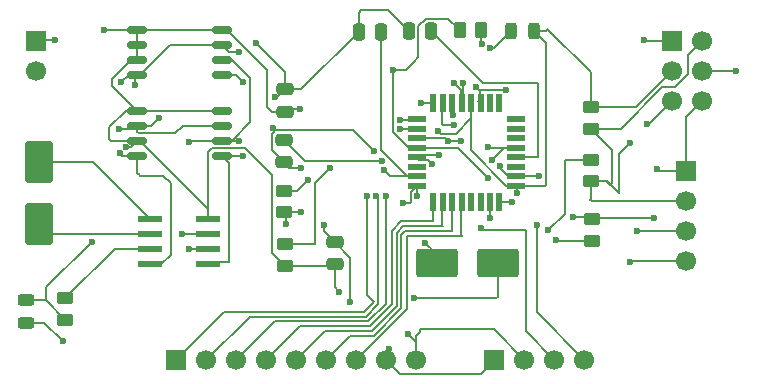
<source format=gbr>
%TF.GenerationSoftware,KiCad,Pcbnew,9.0.2*%
%TF.CreationDate,2025-06-26T23:30:40+05:30*%
%TF.ProjectId,MCU data logger,4d435520-6461-4746-9120-6c6f67676572,VERSION 1*%
%TF.SameCoordinates,Original*%
%TF.FileFunction,Copper,L1,Top*%
%TF.FilePolarity,Positive*%
%FSLAX46Y46*%
G04 Gerber Fmt 4.6, Leading zero omitted, Abs format (unit mm)*
G04 Created by KiCad (PCBNEW 9.0.2) date 2025-06-26 23:30:40*
%MOMM*%
%LPD*%
G01*
G04 APERTURE LIST*
G04 Aperture macros list*
%AMRoundRect*
0 Rectangle with rounded corners*
0 $1 Rounding radius*
0 $2 $3 $4 $5 $6 $7 $8 $9 X,Y pos of 4 corners*
0 Add a 4 corners polygon primitive as box body*
4,1,4,$2,$3,$4,$5,$6,$7,$8,$9,$2,$3,0*
0 Add four circle primitives for the rounded corners*
1,1,$1+$1,$2,$3*
1,1,$1+$1,$4,$5*
1,1,$1+$1,$6,$7*
1,1,$1+$1,$8,$9*
0 Add four rect primitives between the rounded corners*
20,1,$1+$1,$2,$3,$4,$5,0*
20,1,$1+$1,$4,$5,$6,$7,0*
20,1,$1+$1,$6,$7,$8,$9,0*
20,1,$1+$1,$8,$9,$2,$3,0*%
G04 Aperture macros list end*
%TA.AperFunction,SMDPad,CuDef*%
%ADD10RoundRect,0.243750X0.456250X-0.243750X0.456250X0.243750X-0.456250X0.243750X-0.456250X-0.243750X0*%
%TD*%
%TA.AperFunction,SMDPad,CuDef*%
%ADD11RoundRect,0.162500X-0.650000X-0.162500X0.650000X-0.162500X0.650000X0.162500X-0.650000X0.162500X0*%
%TD*%
%TA.AperFunction,SMDPad,CuDef*%
%ADD12RoundRect,0.073750X-0.911250X-0.221250X0.911250X-0.221250X0.911250X0.221250X-0.911250X0.221250X0*%
%TD*%
%TA.AperFunction,ComponentPad*%
%ADD13R,1.700000X1.700000*%
%TD*%
%TA.AperFunction,ComponentPad*%
%ADD14C,1.700000*%
%TD*%
%TA.AperFunction,SMDPad,CuDef*%
%ADD15RoundRect,0.250000X0.475000X-0.250000X0.475000X0.250000X-0.475000X0.250000X-0.475000X-0.250000X0*%
%TD*%
%TA.AperFunction,SMDPad,CuDef*%
%ADD16RoundRect,0.250000X0.450000X-0.262500X0.450000X0.262500X-0.450000X0.262500X-0.450000X-0.262500X0*%
%TD*%
%TA.AperFunction,SMDPad,CuDef*%
%ADD17RoundRect,0.250000X-0.262500X-0.450000X0.262500X-0.450000X0.262500X0.450000X-0.262500X0.450000X0*%
%TD*%
%TA.AperFunction,SMDPad,CuDef*%
%ADD18RoundRect,0.250000X-0.250000X-0.475000X0.250000X-0.475000X0.250000X0.475000X-0.250000X0.475000X0*%
%TD*%
%TA.AperFunction,SMDPad,CuDef*%
%ADD19RoundRect,0.068750X-0.666250X-0.206250X0.666250X-0.206250X0.666250X0.206250X-0.666250X0.206250X0*%
%TD*%
%TA.AperFunction,SMDPad,CuDef*%
%ADD20RoundRect,0.068750X-0.206250X-0.666250X0.206250X-0.666250X0.206250X0.666250X-0.206250X0.666250X0*%
%TD*%
%TA.AperFunction,SMDPad,CuDef*%
%ADD21RoundRect,0.243750X-0.243750X-0.456250X0.243750X-0.456250X0.243750X0.456250X-0.243750X0.456250X0*%
%TD*%
%TA.AperFunction,SMDPad,CuDef*%
%ADD22RoundRect,0.250001X0.949999X-1.499999X0.949999X1.499999X-0.949999X1.499999X-0.949999X-1.499999X0*%
%TD*%
%TA.AperFunction,SMDPad,CuDef*%
%ADD23RoundRect,0.250001X-1.499999X-0.949999X1.499999X-0.949999X1.499999X0.949999X-1.499999X0.949999X0*%
%TD*%
%TA.AperFunction,ViaPad*%
%ADD24C,0.600000*%
%TD*%
%TA.AperFunction,Conductor*%
%ADD25C,0.200000*%
%TD*%
G04 APERTURE END LIST*
D10*
%TO.P,D2,1,K*%
%TO.N,Net-(D2-K)*%
X110960000Y-75625000D03*
%TO.P,D2,2,A*%
%TO.N,/VCC*%
X110960000Y-73750000D03*
%TD*%
D11*
%TO.P,U1,1,A0*%
%TO.N,/VCC*%
X120352500Y-50835000D03*
%TO.P,U1,2,A1*%
X120352500Y-52105000D03*
%TO.P,U1,3,A2*%
X120352500Y-53375000D03*
%TO.P,U1,4,GND*%
%TO.N,GND*%
X120352500Y-54645000D03*
%TO.P,U1,5,SDA*%
%TO.N,/SDA*%
X127527500Y-54645000D03*
%TO.P,U1,6,SCL*%
%TO.N,/SCK*%
X127527500Y-53375000D03*
%TO.P,U1,7,WP*%
%TO.N,GND*%
X127527500Y-52105000D03*
%TO.P,U1,8,VCC*%
%TO.N,/VCC*%
X127527500Y-50835000D03*
%TD*%
D12*
%TO.P,U3,1,X1*%
%TO.N,Net-(U3-X1)*%
X121408100Y-66837000D03*
%TO.P,U3,2,X2*%
%TO.N,Net-(U3-X2)*%
X121408100Y-68107000D03*
%TO.P,U3,3,~{INTA}*%
%TO.N,Net-(U3-~{INTA})*%
X121408100Y-69377000D03*
%TO.P,U3,4,GND*%
%TO.N,GND*%
X121408100Y-70647000D03*
%TO.P,U3,5,SDA*%
%TO.N,/SDA*%
X126358100Y-70647000D03*
%TO.P,U3,6,SCL*%
%TO.N,/SCK*%
X126358100Y-69377000D03*
%TO.P,U3,7,SQW/~INT*%
%TO.N,Net-(U3-SQW{slash}~INT)*%
X126358100Y-68107000D03*
%TO.P,U3,8,VCC*%
%TO.N,/VCC*%
X126358100Y-66837000D03*
%TD*%
D11*
%TO.P,U2,1,A0*%
%TO.N,/VCC*%
X120352500Y-57685000D03*
%TO.P,U2,2,A1*%
%TO.N,GND*%
X120352500Y-58955000D03*
%TO.P,U2,3,A2*%
%TO.N,/VCC*%
X120352500Y-60225000D03*
%TO.P,U2,4,GND*%
%TO.N,GND*%
X120352500Y-61495000D03*
%TO.P,U2,5,SDA*%
%TO.N,/SDA*%
X127527500Y-61495000D03*
%TO.P,U2,6,SCL*%
%TO.N,/SCK*%
X127527500Y-60225000D03*
%TO.P,U2,7,WP*%
%TO.N,GND*%
X127527500Y-58955000D03*
%TO.P,U2,8,VCC*%
%TO.N,/VCC*%
X127527500Y-57685000D03*
%TD*%
D13*
%TO.P,J3,1,Pin_1*%
%TO.N,GND*%
X150600000Y-78770000D03*
D14*
%TO.P,J3,2,Pin_2*%
%TO.N,/VCC*%
X153140000Y-78770000D03*
%TO.P,J3,3,Pin_3*%
%TO.N,/RX*%
X155680000Y-78770000D03*
%TO.P,J3,4,Pin_4*%
%TO.N,/TX*%
X158220000Y-78770000D03*
%TD*%
D15*
%TO.P,C1,1*%
%TO.N,/VCC*%
X137060000Y-70680000D03*
%TO.P,C1,2*%
%TO.N,GND*%
X137060000Y-68780000D03*
%TD*%
D16*
%TO.P,R3,1*%
%TO.N,/VCC*%
X158750000Y-59222500D03*
%TO.P,R3,2*%
%TO.N,/SCK*%
X158750000Y-57397500D03*
%TD*%
%TO.P,R1,1*%
%TO.N,/VCC*%
X114262000Y-75399100D03*
%TO.P,R1,2*%
%TO.N,Net-(U3-~{INTA})*%
X114262000Y-73574100D03*
%TD*%
%TO.P,R2,1*%
%TO.N,/VCC*%
X158770000Y-63652500D03*
%TO.P,R2,2*%
%TO.N,Net-(U3-SQW{slash}~INT)*%
X158770000Y-61827500D03*
%TD*%
D13*
%TO.P,J4,1,Pin_1*%
%TO.N,/MISO*%
X165630000Y-51790000D03*
D14*
%TO.P,J4,2,Pin_2*%
%TO.N,/VCC*%
X168170000Y-51790000D03*
%TO.P,J4,3,Pin_3*%
%TO.N,/SCK*%
X165630000Y-54330000D03*
%TO.P,J4,4,Pin_4*%
%TO.N,/MOSI*%
X168170000Y-54330000D03*
%TO.P,J4,5,Pin_5*%
%TO.N,/RESET*%
X165630000Y-56870000D03*
%TO.P,J4,6,Pin_6*%
%TO.N,GND*%
X168170000Y-56870000D03*
%TD*%
D17*
%TO.P,R4,1*%
%TO.N,/VCC*%
X147640000Y-50880000D03*
%TO.P,R4,2*%
%TO.N,/SDA*%
X149465000Y-50880000D03*
%TD*%
D18*
%TO.P,C2,1*%
%TO.N,GND*%
X139092500Y-51000000D03*
%TO.P,C2,2*%
%TO.N,Net-(U4-PB6)*%
X140992500Y-51000000D03*
%TD*%
D15*
%TO.P,C5,1*%
%TO.N,/VCC*%
X132830000Y-57760000D03*
%TO.P,C5,2*%
%TO.N,GND*%
X132830000Y-55860000D03*
%TD*%
%TO.P,C3,1*%
%TO.N,GND*%
X132750000Y-62050000D03*
%TO.P,C3,2*%
%TO.N,Net-(U4-PB7)*%
X132750000Y-60150000D03*
%TD*%
D16*
%TO.P,R7,1*%
%TO.N,Net-(D2-K)*%
X158820000Y-68692500D03*
%TO.P,R7,2*%
%TO.N,GND*%
X158820000Y-66867500D03*
%TD*%
D19*
%TO.P,U4,1,PD3*%
%TO.N,/D3*%
X144050000Y-58430000D03*
%TO.P,U4,2,PD4*%
%TO.N,/D4*%
X144050000Y-59230000D03*
%TO.P,U4,3,GND*%
%TO.N,GND*%
X144050000Y-60030000D03*
%TO.P,U4,4,VCC*%
%TO.N,/VCC*%
X144050000Y-60830000D03*
%TO.P,U4,5,GND*%
%TO.N,GND*%
X144050000Y-61630000D03*
%TO.P,U4,6,VCC*%
%TO.N,unconnected-(U4-VCC-Pad6)*%
X144050000Y-62430000D03*
%TO.P,U4,7,PB6*%
%TO.N,Net-(U4-PB6)*%
X144050000Y-63230000D03*
%TO.P,U4,8,PB7*%
%TO.N,Net-(U4-PB7)*%
X144050000Y-64030000D03*
D20*
%TO.P,U4,9,PD5*%
%TO.N,/D5*%
X145420000Y-65400000D03*
%TO.P,U4,10,PD6*%
%TO.N,/D6*%
X146220000Y-65400000D03*
%TO.P,U4,11,PD7*%
%TO.N,/D7*%
X147020000Y-65400000D03*
%TO.P,U4,12,PB0*%
%TO.N,/D8*%
X147820000Y-65400000D03*
%TO.P,U4,13,PB1*%
%TO.N,unconnected-(U4-PB1-Pad13)*%
X148620000Y-65400000D03*
%TO.P,U4,14,PB2*%
%TO.N,unconnected-(U4-PB2-Pad14)*%
X149420000Y-65400000D03*
%TO.P,U4,15,PB3*%
%TO.N,/MOSI*%
X150220000Y-65400000D03*
%TO.P,U4,16,PB4*%
%TO.N,/MISO*%
X151020000Y-65400000D03*
D19*
%TO.P,U4,17,PB5*%
%TO.N,/SCK*%
X152390000Y-64030000D03*
%TO.P,U4,18,AVCC*%
%TO.N,/VCC*%
X152390000Y-63230000D03*
%TO.P,U4,19,ADC6*%
%TO.N,unconnected-(U4-ADC6-Pad19)*%
X152390000Y-62430000D03*
%TO.P,U4,20,AREF*%
%TO.N,Net-(U4-AREF)*%
X152390000Y-61630000D03*
%TO.P,U4,21,GND*%
%TO.N,GND*%
X152390000Y-60830000D03*
%TO.P,U4,22,ADC7*%
%TO.N,unconnected-(U4-ADC7-Pad22)*%
X152390000Y-60030000D03*
%TO.P,U4,23,PC0*%
%TO.N,unconnected-(U4-PC0-Pad23)*%
X152390000Y-59230000D03*
%TO.P,U4,24,PC1*%
%TO.N,unconnected-(U4-PC1-Pad24)*%
X152390000Y-58430000D03*
D20*
%TO.P,U4,25,PC2*%
%TO.N,unconnected-(U4-PC2-Pad25)*%
X151020000Y-57060000D03*
%TO.P,U4,26,PC3*%
%TO.N,unconnected-(U4-PC3-Pad26)*%
X150220000Y-57060000D03*
%TO.P,U4,27,PC4*%
%TO.N,/SDA*%
X149420000Y-57060000D03*
%TO.P,U4,28,PC5*%
%TO.N,/SCK*%
X148620000Y-57060000D03*
%TO.P,U4,29,PC6/~{RESET}*%
%TO.N,/RESET*%
X147820000Y-57060000D03*
%TO.P,U4,30,PD0*%
%TO.N,/RX*%
X147020000Y-57060000D03*
%TO.P,U4,31,PD1*%
%TO.N,/TX*%
X146220000Y-57060000D03*
%TO.P,U4,32,PD2*%
%TO.N,/D2*%
X145420000Y-57060000D03*
%TD*%
D21*
%TO.P,D1,1,K*%
%TO.N,Net-(D1-K)*%
X152032500Y-50900000D03*
%TO.P,D1,2,A*%
%TO.N,/SCK*%
X153907500Y-50900000D03*
%TD*%
D13*
%TO.P,BT1,1,Pin_1*%
%TO.N,GND*%
X111770000Y-51785000D03*
D14*
%TO.P,BT1,2,Pin_2*%
%TO.N,/VCC*%
X111770000Y-54325000D03*
%TD*%
D16*
%TO.P,R5,1*%
%TO.N,GND*%
X132750000Y-66282500D03*
%TO.P,R5,2*%
%TO.N,Net-(D1-K)*%
X132750000Y-64457500D03*
%TD*%
D13*
%TO.P,J1,1,Pin_1*%
%TO.N,GND*%
X166850000Y-62830000D03*
D14*
%TO.P,J1,2,Pin_2*%
%TO.N,/VCC*%
X166850000Y-65370000D03*
%TO.P,J1,3,Pin_3*%
%TO.N,/SDA*%
X166850000Y-67910000D03*
%TO.P,J1,4,Pin_4*%
%TO.N,/SCK*%
X166850000Y-70450000D03*
%TD*%
D18*
%TO.P,C4,1*%
%TO.N,GND*%
X143362500Y-50940000D03*
%TO.P,C4,2*%
%TO.N,Net-(U4-AREF)*%
X145262500Y-50940000D03*
%TD*%
D16*
%TO.P,R6,1*%
%TO.N,/VCC*%
X132830000Y-70805000D03*
%TO.P,R6,2*%
%TO.N,/RESET*%
X132830000Y-68980000D03*
%TD*%
D22*
%TO.P,Y1,1,1*%
%TO.N,Net-(U3-X2)*%
X112060000Y-67240000D03*
%TO.P,Y1,2,2*%
%TO.N,Net-(U3-X1)*%
X112060000Y-62040000D03*
%TD*%
D13*
%TO.P,J2,1,Pin_1*%
%TO.N,/D2*%
X123640000Y-78800000D03*
D14*
%TO.P,J2,2,Pin_2*%
%TO.N,/D3*%
X126180000Y-78800000D03*
%TO.P,J2,3,Pin_3*%
%TO.N,/D4*%
X128720000Y-78800000D03*
%TO.P,J2,4,Pin_4*%
%TO.N,/D5*%
X131260000Y-78800000D03*
%TO.P,J2,5,Pin_5*%
%TO.N,/D6*%
X133800000Y-78800000D03*
%TO.P,J2,6,Pin_6*%
%TO.N,/D7*%
X136340000Y-78800000D03*
%TO.P,J2,7,Pin_7*%
%TO.N,/D8*%
X138880000Y-78800000D03*
%TO.P,J2,8,Pin_8*%
%TO.N,GND*%
X141420000Y-78800000D03*
%TO.P,J2,9,Pin_9*%
%TO.N,/VCC*%
X143960000Y-78800000D03*
%TD*%
D23*
%TO.P,Y2,1,1*%
%TO.N,Net-(U4-PB7)*%
X145690000Y-70600000D03*
%TO.P,Y2,2,2*%
%TO.N,Net-(U4-PB6)*%
X150890000Y-70600000D03*
%TD*%
D24*
%TO.N,/VCC*%
X151030000Y-62340000D03*
X134140000Y-57550000D03*
X143280000Y-76620000D03*
X116480000Y-68770000D03*
X117500000Y-50830000D03*
X154350000Y-63200000D03*
X150059999Y-63368527D03*
X137450000Y-73030000D03*
X162089000Y-60420000D03*
X119434246Y-60723316D03*
X142040000Y-54240000D03*
%TO.N,GND*%
X131830000Y-59180000D03*
X119010000Y-55250000D03*
X122190000Y-58285000D03*
X132920000Y-67310000D03*
X118870000Y-61300000D03*
X113430000Y-51710000D03*
X118780000Y-59200000D03*
X134200000Y-66250000D03*
X130380000Y-51970000D03*
X128975735Y-52704265D03*
X150060000Y-60720000D03*
X134180000Y-62510000D03*
X150390000Y-61860000D03*
X157250000Y-66690000D03*
X138400000Y-73850000D03*
X131980000Y-56520000D03*
X145910000Y-61430000D03*
X136190000Y-67350000D03*
X146630000Y-60230000D03*
X147760001Y-60279451D03*
X120160000Y-55550000D03*
X164080000Y-66810000D03*
X145303890Y-62208472D03*
X140400000Y-61110000D03*
X164390000Y-62600000D03*
X141660000Y-77820000D03*
%TO.N,Net-(U4-PB6)*%
X143790000Y-73560000D03*
X141238000Y-62740000D03*
%TO.N,Net-(U4-PB7)*%
X144060000Y-64890000D03*
X142857468Y-65459203D03*
X141086037Y-61954565D03*
X144720000Y-68870000D03*
%TO.N,/SCK*%
X128950000Y-60269000D03*
X162090000Y-70470000D03*
X145850000Y-59430000D03*
X124760000Y-60370000D03*
X124770000Y-69380000D03*
X152500000Y-64640000D03*
%TO.N,Net-(D1-K)*%
X134800000Y-63530000D03*
X150237928Y-52381850D03*
%TO.N,Net-(D2-K)*%
X114090000Y-77220000D03*
X155780000Y-68670000D03*
%TO.N,/SDA*%
X129310000Y-61540000D03*
X149510000Y-52050000D03*
X162689000Y-67890000D03*
X149060000Y-55690000D03*
X151536382Y-55900000D03*
X129320000Y-55216765D03*
%TO.N,/D3*%
X142622902Y-58460102D03*
X140580526Y-64929072D03*
%TO.N,/D2*%
X139780656Y-64943627D03*
X144390000Y-57010000D03*
%TO.N,/D4*%
X141380000Y-64900000D03*
X142610000Y-59260000D03*
%TO.N,/TX*%
X154210000Y-67360000D03*
X147160000Y-58920000D03*
%TO.N,/RX*%
X147110000Y-58090000D03*
X149460000Y-67590000D03*
%TO.N,/RESET*%
X147910000Y-55380000D03*
X136670000Y-62554565D03*
X163490000Y-58780000D03*
X147160000Y-55300000D03*
%TO.N,/MOSI*%
X171020000Y-54330000D03*
X150210000Y-66760000D03*
%TO.N,/MISO*%
X163230000Y-51720000D03*
X152070000Y-65430000D03*
%TO.N,Net-(U3-SQW{slash}~INT)*%
X124170000Y-68150000D03*
X155150000Y-67820000D03*
%TD*%
D25*
%TO.N,/VCC*%
X162089000Y-60420000D02*
X161160000Y-61349000D01*
X150580000Y-76210000D02*
X153140000Y-78770000D01*
X144010000Y-60830000D02*
X147521472Y-60830000D01*
X127527500Y-57685000D02*
X120352500Y-57685000D01*
X144270000Y-76210000D02*
X150580000Y-76210000D01*
X144777340Y-49914000D02*
X144163500Y-50527840D01*
X158750000Y-59222500D02*
X160530000Y-61002500D01*
X144163500Y-50527840D02*
X144163500Y-53146500D01*
X164808100Y-55719000D02*
X161304600Y-59222500D01*
X112612900Y-72637100D02*
X116480000Y-68770000D01*
X129488943Y-60869000D02*
X131749000Y-63129057D01*
X120352500Y-50835000D02*
X117505000Y-50835000D01*
X131749000Y-69724000D02*
X132830000Y-70805000D01*
X120352500Y-60225000D02*
X118155000Y-60225000D01*
X144163500Y-53146500D02*
X143760000Y-53550000D01*
X151030000Y-62520000D02*
X151740000Y-63230000D01*
X143960000Y-78800000D02*
X143960000Y-76730000D01*
X147640000Y-50880000D02*
X146674000Y-49914000D01*
X165868760Y-55719000D02*
X164808100Y-55719000D01*
X144010000Y-60830000D02*
X143330057Y-60830000D01*
X117970000Y-60040000D02*
X117970000Y-59080000D01*
X143280000Y-76620000D02*
X143960000Y-77300000D01*
X143760000Y-53550000D02*
X143070000Y-54240000D01*
X114262000Y-75399100D02*
X112612900Y-73750000D01*
X144270000Y-76420000D02*
X144270000Y-76210000D01*
X120352500Y-53375000D02*
X120352500Y-52105000D01*
X131340000Y-54220000D02*
X131340000Y-57350000D01*
X137060000Y-70680000D02*
X137060000Y-72640000D01*
X158820000Y-65370000D02*
X158690000Y-65240000D01*
X147521472Y-60830000D02*
X150059999Y-63368527D01*
X161160000Y-64660000D02*
X160152500Y-63652500D01*
X146674000Y-49914000D02*
X144777340Y-49914000D01*
X167019000Y-52941000D02*
X167019000Y-54568760D01*
X152370000Y-63230000D02*
X154320000Y-63230000D01*
X119365000Y-57685000D02*
X120352500Y-57685000D01*
X142009000Y-54271000D02*
X142040000Y-54240000D01*
X161160000Y-61349000D02*
X161160000Y-64660000D01*
X120575000Y-60225000D02*
X120352500Y-60225000D01*
X126681010Y-60869000D02*
X129488943Y-60869000D01*
X158690000Y-65240000D02*
X158770000Y-65160000D01*
X160530000Y-61002500D02*
X160530000Y-63790000D01*
X160530000Y-63790000D02*
X160350000Y-63970000D01*
X110960000Y-73750000D02*
X112612900Y-73750000D01*
X143070000Y-54240000D02*
X142040000Y-54240000D01*
X154320000Y-63230000D02*
X154350000Y-63200000D01*
X158770000Y-63652500D02*
X158770000Y-65160000D01*
X126358100Y-61191910D02*
X126681010Y-60869000D01*
X143960000Y-76730000D02*
X144270000Y-76420000D01*
X119854184Y-60723316D02*
X120352500Y-60225000D01*
X120352500Y-57685000D02*
X118230000Y-55562500D01*
X126358100Y-66837000D02*
X126358100Y-61191910D01*
X119865000Y-53375000D02*
X120352500Y-53375000D01*
X143960000Y-77300000D02*
X143960000Y-78800000D01*
X117970000Y-59080000D02*
X119365000Y-57685000D01*
X161304600Y-59222500D02*
X158750000Y-59222500D01*
X131750000Y-57760000D02*
X132830000Y-57760000D01*
X127527500Y-50835000D02*
X120352500Y-50835000D01*
X133040000Y-57550000D02*
X132830000Y-57760000D01*
X119434246Y-60723316D02*
X119854184Y-60723316D01*
X127527500Y-50835000D02*
X127955000Y-50835000D01*
X126358100Y-66837000D02*
X126358100Y-66008100D01*
X117505000Y-50835000D02*
X117500000Y-50830000D01*
X132830000Y-70805000D02*
X136935000Y-70805000D01*
X142009000Y-59508943D02*
X142009000Y-54271000D01*
X136935000Y-70805000D02*
X137060000Y-70680000D01*
X168170000Y-51790000D02*
X167019000Y-52941000D01*
X166850000Y-65370000D02*
X158820000Y-65370000D01*
X131749000Y-63129057D02*
X131749000Y-69724000D01*
X117970000Y-60040000D02*
X118155000Y-60225000D01*
X137060000Y-72640000D02*
X137450000Y-73030000D01*
X118230000Y-55562500D02*
X118230000Y-55010000D01*
X127955000Y-50835000D02*
X131340000Y-54220000D01*
X112612900Y-73750000D02*
X112612900Y-72637100D01*
X134140000Y-57550000D02*
X133040000Y-57550000D01*
X151740000Y-63230000D02*
X152370000Y-63230000D01*
X151030000Y-62340000D02*
X151030000Y-62520000D01*
X160350000Y-63970000D02*
X160032500Y-63652500D01*
X131340000Y-57350000D02*
X131750000Y-57760000D01*
X167019000Y-54568760D02*
X165868760Y-55719000D01*
X118230000Y-55010000D02*
X119865000Y-53375000D01*
X160152500Y-63652500D02*
X158770000Y-63652500D01*
X160032500Y-63652500D02*
X158770000Y-63652500D01*
X120352500Y-50835000D02*
X120352500Y-52105000D01*
X143330057Y-60830000D02*
X142009000Y-59508943D01*
X126358100Y-66008100D02*
X120575000Y-60225000D01*
%TO.N,GND*%
X137060000Y-68780000D02*
X138400000Y-70120000D01*
X141660000Y-78560000D02*
X141420000Y-78800000D01*
X132920000Y-66452500D02*
X132750000Y-66282500D01*
X128126765Y-52704265D02*
X127527500Y-52105000D01*
X127527500Y-52105000D02*
X123094990Y-52105000D01*
X158820000Y-66867500D02*
X158877500Y-66810000D01*
X113430000Y-51710000D02*
X111845000Y-51710000D01*
X166850000Y-58190000D02*
X168170000Y-56870000D01*
X120480000Y-59599000D02*
X120480000Y-59590000D01*
X134232500Y-55860000D02*
X139092500Y-51000000D01*
X144030000Y-61650000D02*
X144010000Y-61630000D01*
X151420000Y-60830000D02*
X150390000Y-61860000D01*
X149419000Y-79951000D02*
X142571000Y-79951000D01*
X138639000Y-59349000D02*
X140400000Y-61110000D01*
X146630000Y-60230000D02*
X146430000Y-60030000D01*
X121520000Y-58955000D02*
X120352500Y-58955000D01*
X139180000Y-49340000D02*
X139092500Y-49427500D01*
X120352500Y-59462500D02*
X120352500Y-58955000D01*
X123094990Y-52105000D02*
X120554990Y-54645000D01*
X139180000Y-49200000D02*
X139180000Y-49340000D01*
X132170000Y-56520000D02*
X132830000Y-55860000D01*
X144234000Y-61854000D02*
X144010000Y-61630000D01*
X120352500Y-54645000D02*
X119615000Y-54645000D01*
X120160000Y-55550000D02*
X120160000Y-54837500D01*
X118780000Y-59200000D02*
X120107500Y-59200000D01*
X131724000Y-61024000D02*
X131724000Y-59664840D01*
X146679451Y-60279451D02*
X147760001Y-60279451D01*
X124190000Y-58940000D02*
X123531000Y-59599000D01*
X136190000Y-67910000D02*
X137060000Y-68780000D01*
X131830000Y-59360000D02*
X131830000Y-59180000D01*
X120352500Y-61495000D02*
X119065000Y-61495000D01*
X132039840Y-59349000D02*
X138639000Y-59349000D01*
X145303890Y-62208472D02*
X144949418Y-61854000D01*
X124205000Y-58955000D02*
X124190000Y-58940000D01*
X152370000Y-60830000D02*
X151420000Y-60830000D01*
X123170000Y-69870100D02*
X123170000Y-63830000D01*
X120580000Y-63150000D02*
X120352500Y-62922500D01*
X164620000Y-62830000D02*
X166850000Y-62830000D01*
X122393100Y-70647000D02*
X123170000Y-69870100D01*
X132830000Y-54420000D02*
X130380000Y-51970000D01*
X158877500Y-66810000D02*
X164080000Y-66810000D01*
X138400000Y-70120000D02*
X138400000Y-73850000D01*
X132750000Y-62050000D02*
X131724000Y-61024000D01*
X141660000Y-77820000D02*
X141660000Y-78560000D01*
X123531000Y-59599000D02*
X120480000Y-59599000D01*
X152370000Y-60830000D02*
X150170000Y-60830000D01*
X134180000Y-62510000D02*
X133210000Y-62510000D01*
X120480000Y-59590000D02*
X120352500Y-59462500D01*
X119065000Y-61495000D02*
X118870000Y-61300000D01*
X136190000Y-67350000D02*
X136190000Y-67910000D01*
X127527500Y-58955000D02*
X124205000Y-58955000D01*
X122540000Y-63200000D02*
X120580000Y-63200000D01*
X120352500Y-62922500D02*
X120352500Y-61495000D01*
X133210000Y-62510000D02*
X132750000Y-62050000D01*
X142571000Y-79951000D02*
X141420000Y-78800000D01*
X139092500Y-49427500D02*
X139092500Y-51000000D01*
X131929420Y-59459420D02*
X131830000Y-59360000D01*
X120107500Y-59200000D02*
X120352500Y-58955000D01*
X144210000Y-61430000D02*
X144010000Y-61630000D01*
X131724000Y-59664840D02*
X131929420Y-59459420D01*
X132920000Y-67310000D02*
X132920000Y-66452500D01*
X141622500Y-49200000D02*
X139180000Y-49200000D01*
X122190000Y-58285000D02*
X121520000Y-58955000D01*
X111845000Y-51710000D02*
X111770000Y-51785000D01*
X132830000Y-55860000D02*
X132830000Y-54420000D01*
X145910000Y-61430000D02*
X144210000Y-61430000D01*
X146430000Y-60030000D02*
X144010000Y-60030000D01*
X134200000Y-66250000D02*
X132782500Y-66250000D01*
X121408100Y-70647000D02*
X122393100Y-70647000D01*
X120580000Y-63200000D02*
X120580000Y-63150000D01*
X119615000Y-54645000D02*
X119010000Y-55250000D01*
X120160000Y-54837500D02*
X120352500Y-54645000D01*
X123170000Y-63830000D02*
X122540000Y-63200000D01*
X157250000Y-66690000D02*
X158642500Y-66690000D01*
X146630000Y-60230000D02*
X146679451Y-60279451D01*
X150170000Y-60830000D02*
X150060000Y-60720000D01*
X143362500Y-50940000D02*
X141622500Y-49200000D01*
X132830000Y-55860000D02*
X134232500Y-55860000D01*
X128975735Y-52704265D02*
X128126765Y-52704265D01*
X131929420Y-59459420D02*
X132039840Y-59349000D01*
X164390000Y-62600000D02*
X164620000Y-62830000D01*
X144949418Y-61854000D02*
X144234000Y-61854000D01*
X132782500Y-66250000D02*
X132750000Y-66282500D01*
X120554990Y-54645000D02*
X120352500Y-54645000D01*
X131980000Y-56520000D02*
X132170000Y-56520000D01*
X158642500Y-66690000D02*
X158820000Y-66867500D01*
X150600000Y-78770000D02*
X149419000Y-79951000D01*
X166850000Y-62830000D02*
X166850000Y-58190000D01*
%TO.N,Net-(U4-PB6)*%
X150890000Y-73410000D02*
X150900000Y-73420000D01*
X150890000Y-70600000D02*
X150890000Y-73410000D01*
X150900000Y-73420000D02*
X150760000Y-73560000D01*
X150760000Y-73560000D02*
X143790000Y-73560000D01*
X140992500Y-61012499D02*
X140992500Y-51000000D01*
X144010000Y-63230000D02*
X143210001Y-63230000D01*
X141238000Y-62740000D02*
X141728000Y-63230000D01*
X141728000Y-63230000D02*
X144010000Y-63230000D01*
X143210001Y-63230000D02*
X140992500Y-61012499D01*
%TO.N,Net-(U4-PB7)*%
X145690000Y-70600000D02*
X145690000Y-69840000D01*
X143500000Y-64540000D02*
X144010000Y-64030000D01*
X144060000Y-64890000D02*
X144060000Y-64080000D01*
X145690000Y-69840000D02*
X144720000Y-68870000D01*
X143460797Y-65459203D02*
X143500000Y-65420000D01*
X143500000Y-65420000D02*
X143500000Y-64540000D01*
X144060000Y-64080000D02*
X144010000Y-64030000D01*
X142857468Y-65459203D02*
X143460797Y-65459203D01*
X132750000Y-60150000D02*
X134554565Y-61954565D01*
X134554565Y-61954565D02*
X141086037Y-61954565D01*
X144010000Y-64230000D02*
X144010000Y-64030000D01*
%TO.N,Net-(U4-AREF)*%
X154260000Y-61610000D02*
X154280000Y-61630000D01*
X149622500Y-55300000D02*
X154260000Y-55300000D01*
X154280000Y-61630000D02*
X152370000Y-61630000D01*
X154260000Y-55300000D02*
X154260000Y-61610000D01*
X145262500Y-50940000D02*
X149622500Y-55300000D01*
%TO.N,/SCK*%
X155070000Y-50760000D02*
X154930000Y-50900000D01*
X126358100Y-69377000D02*
X124773000Y-69377000D01*
X128950000Y-60269000D02*
X127571500Y-60269000D01*
X154860000Y-64010000D02*
X154840000Y-64030000D01*
X153907500Y-50900000D02*
X154980000Y-51972500D01*
X148590000Y-57050000D02*
X148590000Y-58339943D01*
X154930000Y-50900000D02*
X153907500Y-50900000D01*
X127571500Y-60269000D02*
X127527500Y-60225000D01*
X124773000Y-69377000D02*
X124770000Y-69380000D01*
X162562500Y-57397500D02*
X165630000Y-54330000D01*
X124760000Y-60370000D02*
X124905000Y-60225000D01*
X148590000Y-58339943D02*
X147300943Y-59629000D01*
X162110000Y-70450000D02*
X162090000Y-70470000D01*
X127527500Y-60225000D02*
X128339999Y-60225000D01*
X154840000Y-64030000D02*
X152370000Y-64030000D01*
X152500000Y-64160000D02*
X152370000Y-64030000D01*
X154980000Y-51972500D02*
X154980000Y-64010000D01*
X158750000Y-57397500D02*
X162562500Y-57397500D01*
X128339999Y-53375000D02*
X129920000Y-54955001D01*
X148590000Y-57050000D02*
X148590000Y-61050000D01*
X147300943Y-59629000D02*
X146049000Y-59629000D01*
X158750000Y-54440000D02*
X155070000Y-50760000D01*
X166850000Y-70450000D02*
X162110000Y-70450000D01*
X158750000Y-57397500D02*
X158750000Y-54440000D01*
X146049000Y-59629000D02*
X145850000Y-59430000D01*
X127527500Y-53375000D02*
X128339999Y-53375000D01*
X128339999Y-60225000D02*
X129920000Y-58644999D01*
X148590000Y-61050000D02*
X151570001Y-64030000D01*
X124905000Y-60225000D02*
X127527500Y-60225000D01*
X151570001Y-64030000D02*
X152370000Y-64030000D01*
X129920000Y-54955001D02*
X129920000Y-58644999D01*
X152500000Y-64640000D02*
X152500000Y-64160000D01*
X154980000Y-64010000D02*
X154860000Y-64010000D01*
%TO.N,Net-(D1-K)*%
X133872500Y-64457500D02*
X132750000Y-64457500D01*
X150550650Y-52381850D02*
X150237928Y-52381850D01*
X152032500Y-50900000D02*
X150550650Y-52381850D01*
X134800000Y-63530000D02*
X133872500Y-64457500D01*
%TO.N,Net-(D2-K)*%
X112495000Y-75625000D02*
X110960000Y-75625000D01*
X158820000Y-68692500D02*
X155802500Y-68692500D01*
X155802500Y-68692500D02*
X155780000Y-68670000D01*
X114090000Y-77220000D02*
X112495000Y-75625000D01*
%TO.N,/SDA*%
X151536382Y-55900000D02*
X149412308Y-55900000D01*
X149412308Y-55900000D02*
X149390000Y-55922308D01*
X149390000Y-57669338D02*
X149390000Y-57050000D01*
X166850000Y-67910000D02*
X162709000Y-67910000D01*
X129310000Y-61540000D02*
X127572500Y-61540000D01*
X127572500Y-61540000D02*
X127527500Y-61495000D01*
X127527500Y-54645000D02*
X128748235Y-54645000D01*
X126358100Y-70647000D02*
X126475100Y-70530000D01*
X149390000Y-56020000D02*
X149390000Y-57050000D01*
X128748235Y-54645000D02*
X129320000Y-55216765D01*
X149465000Y-52005000D02*
X149510000Y-52050000D01*
X149390000Y-55922308D02*
X149390000Y-57050000D01*
X149217692Y-56877692D02*
X149390000Y-57050000D01*
X128120000Y-70530000D02*
X128120000Y-62087500D01*
X162709000Y-67910000D02*
X162689000Y-67890000D01*
X128120000Y-62087500D02*
X127527500Y-61495000D01*
X149465000Y-50880000D02*
X149465000Y-52005000D01*
X126475100Y-70530000D02*
X128120000Y-70530000D01*
X127527500Y-54645000D02*
X127527500Y-54807500D01*
X149060000Y-55690000D02*
X149390000Y-56020000D01*
%TO.N,/D6*%
X140210350Y-76335450D02*
X142305450Y-74240350D01*
X133800000Y-78800000D02*
X136264550Y-76335450D01*
X142305450Y-68020350D02*
X142857800Y-67468000D01*
X142305450Y-74240350D02*
X142305450Y-68020350D01*
X146190000Y-67458000D02*
X146190000Y-65410000D01*
X142857800Y-67468000D02*
X146200000Y-67468000D01*
X146200000Y-67468000D02*
X146190000Y-67458000D01*
X136264550Y-76335450D02*
X140210350Y-76335450D01*
%TO.N,/D8*%
X147790000Y-68250000D02*
X147790000Y-65410000D01*
X147810000Y-68270000D02*
X147790000Y-68250000D01*
X138880000Y-78800000D02*
X143190000Y-74490000D01*
X143190000Y-68270000D02*
X147810000Y-68270000D01*
X143190000Y-74490000D02*
X143190000Y-68270000D01*
%TO.N,/D3*%
X143979898Y-58460102D02*
X144010000Y-58430000D01*
X129862750Y-75117250D02*
X139727250Y-75117250D01*
X126180000Y-78800000D02*
X129862750Y-75117250D01*
X140779000Y-65127546D02*
X140580526Y-64929072D01*
X140779000Y-74065500D02*
X140779000Y-65127546D01*
X142622902Y-58460102D02*
X143979898Y-58460102D01*
X139727250Y-75117250D02*
X140779000Y-74065500D01*
%TO.N,/D7*%
X136340000Y-78800000D02*
X138403550Y-76736450D01*
X140376450Y-76736450D02*
X142706450Y-74406450D01*
X138403550Y-76736450D02*
X140376450Y-76736450D01*
X142706450Y-74406450D02*
X142706450Y-68186450D01*
X143023900Y-67869000D02*
X146970000Y-67869000D01*
X146970000Y-67869000D02*
X146990000Y-67849000D01*
X146990000Y-67849000D02*
X146990000Y-65410000D01*
X142706450Y-68186450D02*
X143023900Y-67869000D01*
%TO.N,/D2*%
X140378000Y-73899400D02*
X139780656Y-73302056D01*
X139561150Y-74716250D02*
X140378000Y-73899400D01*
X127723750Y-74716250D02*
X132540000Y-74716250D01*
X145350000Y-57010000D02*
X145390000Y-57050000D01*
X144390000Y-57010000D02*
X145350000Y-57010000D01*
X132540000Y-74716250D02*
X139561150Y-74716250D01*
X123640000Y-78800000D02*
X127723750Y-74716250D01*
X139780656Y-73302056D02*
X139780656Y-64943627D01*
%TO.N,/D5*%
X134125550Y-75934450D02*
X140044250Y-75934450D01*
X145410000Y-66960000D02*
X145390000Y-66940000D01*
X140044250Y-75934450D02*
X141904450Y-74074250D01*
X142691700Y-67067000D02*
X145410000Y-67067000D01*
X145410000Y-67067000D02*
X145410000Y-66960000D01*
X131260000Y-78800000D02*
X134125550Y-75934450D01*
X145390000Y-66940000D02*
X145390000Y-65410000D01*
X141904450Y-67854250D02*
X142691700Y-67067000D01*
X141904450Y-74074250D02*
X141904450Y-67854250D01*
%TO.N,/D4*%
X142610000Y-59260000D02*
X143980000Y-59260000D01*
X141380000Y-74031600D02*
X141380000Y-64900000D01*
X143980000Y-59260000D02*
X144010000Y-59230000D01*
X131994200Y-75525800D02*
X139885800Y-75525800D01*
X139885800Y-75525800D02*
X141380000Y-74031600D01*
X128720000Y-78800000D02*
X131994200Y-75525800D01*
%TO.N,/TX*%
X147160000Y-58920000D02*
X147110000Y-58870000D01*
X154190000Y-67380000D02*
X154210000Y-67360000D01*
X146210000Y-58870000D02*
X146190000Y-58850000D01*
X146190000Y-58850000D02*
X146190000Y-57050000D01*
X154190000Y-67580000D02*
X154190000Y-67380000D01*
X154210000Y-74760000D02*
X154210000Y-67600000D01*
X154210000Y-67600000D02*
X154190000Y-67580000D01*
X158220000Y-78770000D02*
X154210000Y-74760000D01*
X147110000Y-58870000D02*
X146210000Y-58870000D01*
%TO.N,/RX*%
X153270000Y-67910000D02*
X153160000Y-67800000D01*
X155680000Y-78770000D02*
X153270000Y-76360000D01*
X149670000Y-67800000D02*
X149460000Y-67590000D01*
X147130000Y-57190000D02*
X146990000Y-57050000D01*
X147110000Y-57170000D02*
X146990000Y-57050000D01*
X147110000Y-58090000D02*
X147110000Y-57170000D01*
X153270000Y-76360000D02*
X153270000Y-67910000D01*
X153160000Y-67800000D02*
X149670000Y-67800000D01*
%TO.N,/RESET*%
X135380000Y-68980000D02*
X135410000Y-68950000D01*
X147790000Y-55930000D02*
X147790000Y-57050000D01*
X147910000Y-55380000D02*
X147910000Y-56930000D01*
X147160000Y-55300000D02*
X147790000Y-55930000D01*
X163720000Y-58780000D02*
X163490000Y-58780000D01*
X135410000Y-68950000D02*
X135401000Y-68941000D01*
X135401000Y-63823565D02*
X136670000Y-62554565D01*
X135401000Y-68941000D02*
X135401000Y-63823565D01*
X147910000Y-56930000D02*
X147790000Y-57050000D01*
X132830000Y-68980000D02*
X135380000Y-68980000D01*
X165630000Y-56870000D02*
X163720000Y-58780000D01*
%TO.N,/MOSI*%
X150210000Y-66760000D02*
X150210000Y-65430000D01*
X150210000Y-65430000D02*
X150190000Y-65410000D01*
X168170000Y-54330000D02*
X171020000Y-54330000D01*
%TO.N,/MISO*%
X163300000Y-51790000D02*
X163230000Y-51720000D01*
X165630000Y-51790000D02*
X163300000Y-51790000D01*
X151010000Y-65430000D02*
X150990000Y-65410000D01*
X152070000Y-65430000D02*
X151010000Y-65430000D01*
%TO.N,Net-(U3-~{INTA})*%
X121408100Y-69377000D02*
X118459100Y-69377000D01*
X118459100Y-69377000D02*
X114262000Y-73574100D01*
%TO.N,Net-(U3-SQW{slash}~INT)*%
X156550000Y-61840000D02*
X156550000Y-66420000D01*
X124213000Y-68107000D02*
X126358100Y-68107000D01*
X124170000Y-68150000D02*
X124213000Y-68107000D01*
X156550000Y-66420000D02*
X155150000Y-67820000D01*
X156562500Y-61827500D02*
X156550000Y-61840000D01*
X158770000Y-61827500D02*
X156562500Y-61827500D01*
%TO.N,Net-(U3-X2)*%
X112060000Y-67240000D02*
X112927000Y-68107000D01*
X112927000Y-68107000D02*
X121408100Y-68107000D01*
%TO.N,Net-(U3-X1)*%
X116611100Y-62040000D02*
X121408100Y-66837000D01*
X112060000Y-62040000D02*
X116611100Y-62040000D01*
%TD*%
M02*

</source>
